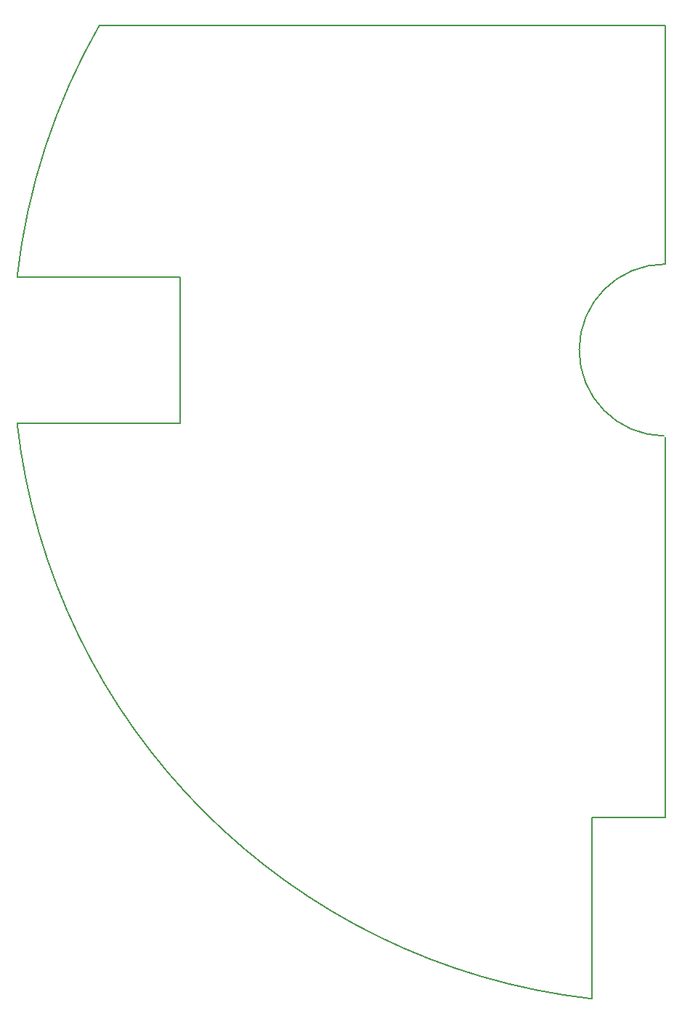
<source format=gm1>
G04 Layer_Color=16711935*
%FSLAX44Y44*%
%MOMM*%
G71*
G01*
G75*
%ADD40C,0.2000*%
D40*
X0Y100000D02*
G03*
X-990Y-99995I0J-100000D01*
G01*
X-659248Y378142D02*
G03*
X-755229Y85026I659248J-378142D01*
G01*
Y-85026D02*
G03*
X-85026Y-755229I755229J85026D01*
G01*
X-0Y100000D02*
Y378000D01*
X-565000Y-85000D02*
Y-0D01*
X-755000Y-85000D02*
X-565000D01*
X-0Y-544000D02*
Y-101000D01*
X-755000Y85000D02*
X-565000D01*
Y-0D02*
Y85000D01*
X-85000Y-544000D02*
X-0D01*
X-85000Y-755000D02*
Y-544000D01*
X-659000Y378000D02*
X-0D01*
M02*

</source>
